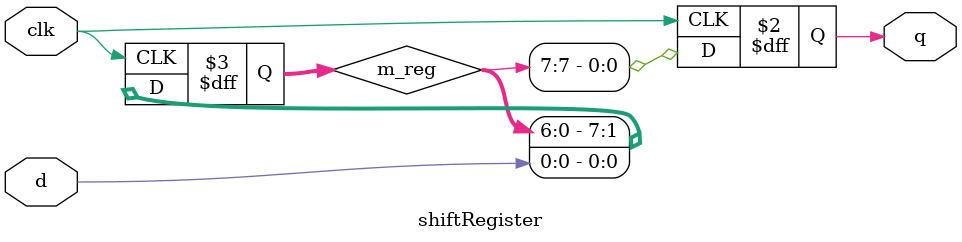
<source format=v>
module shiftRegister ( clk, d, q );

   // Constants
   parameter bitWidth = 8;

   // Inputs and outputs
   input  d, clk;
   output q;

   // Data types
   reg q;
   reg [bitWidth-1:0] m_reg;

   always @ (posedge clk) begin
     {q, m_reg} = {m_reg, d};
   end

endmodule

</source>
